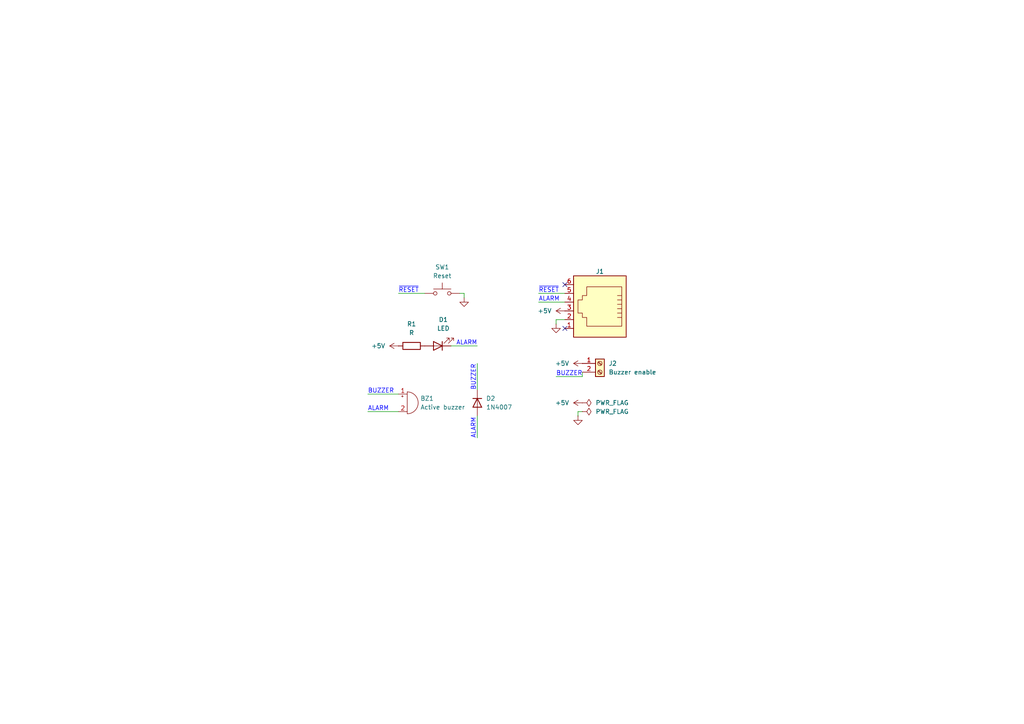
<source format=kicad_sch>
(kicad_sch (version 20231120) (generator "eeschema") (generator_version "8.0")
  (paper "A4")
  (title_block (title "Domoticata DIN panel") (date "2024-07-26") (rev "0.0.1") (company "Davide Scalisi"))
  (lib_symbols
    (symbol "Connector:6P6C" (pin_names (offset 1.016))
      (property "Reference" "J" (at -5.08 11.43 0))
      (property "Value" "6P6C" (at 2.54 11.43 0))
      (symbol "6P6C_0_1"
        (polyline (pts (xy -6.35 -1.905) (xy -5.08 -1.905) (xy -5.08 -1.905)))
        (polyline (pts (xy -6.35 -0.635) (xy -5.08 -0.635) (xy -5.08 -0.635)))
        (polyline (pts (xy -6.35 0.635) (xy -5.08 0.635) (xy -5.08 0.635)))
        (polyline (pts (xy -6.35 1.905) (xy -5.08 1.905) (xy -5.08 1.905)))
        (polyline (pts (xy -6.35 3.175) (xy -5.08 3.175) (xy -5.08 3.175)))
        (polyline (pts (xy -5.08 4.445) (xy -6.35 4.445) (xy -6.35 4.445)))
        (polyline (pts (xy -6.35 -4.445) (xy -6.35 6.985) (xy 3.81 6.985) (xy 3.81 4.445) (xy 5.08 4.445) (xy 5.08 3.175) (xy 6.35 3.175) (xy 6.35 -0.635) (xy 5.08 -0.635) (xy 5.08 -1.905) (xy 3.81 -1.905) (xy 3.81 -4.445) (xy -6.35 -4.445) (xy -6.35 -4.445)))
        (rectangle (start 7.62 10.16) (end -7.62 -7.62) (stroke (width 0.254)) (fill (type background)))
      )
      (symbol "6P6C_1_1"
        (pin passive line (at 10.16 -5.08 180) (length 2.54) (name "~") (number "1"))
        (pin passive line (at 10.16 -2.54 180) (length 2.54) (name "~") (number "2"))
        (pin passive line (at 10.16 0 180) (length 2.54) (name "~") (number "3"))
        (pin passive line (at 10.16 2.54 180) (length 2.54) (name "~") (number "4"))
        (pin passive line (at 10.16 5.08 180) (length 2.54) (name "~") (number "5"))
        (pin passive line (at 10.16 7.62 180) (length 2.54) (name "~") (number "6"))
      )
    )
    (symbol "Connector:Screw_Terminal_01x02" (pin_names (offset 1.016) hide)
      (property "Reference" "J" (at 0 2.54 0))
      (property "Value" "Screw_Terminal_01x02" (at 0 -5.08 0))
      (symbol "Screw_Terminal_01x02_1_1"
        (rectangle (start -1.27 1.27) (end 1.27 -3.81) (stroke (width 0.254)) (fill (type background)))
        (circle (center 0 -2.54) (radius 0.635) (stroke (width 0.1524)))
        (polyline (pts (xy -0.5334 -2.2098) (xy 0.3302 -3.048)) (stroke (width 0.1524)))
        (polyline (pts (xy -0.5334 0.3302) (xy 0.3302 -0.508)) (stroke (width 0.1524)))
        (polyline (pts (xy -0.3556 -2.032) (xy 0.508 -2.8702)) (stroke (width 0.1524)))
        (polyline (pts (xy -0.3556 0.508) (xy 0.508 -0.3302)) (stroke (width 0.1524)))
        (circle (center 0 0) (radius 0.635) (stroke (width 0.1524)))
        (pin passive line (at -5.08 0 0) (length 3.81) (name "Pin_1") (number "1"))
        (pin passive line (at -5.08 -2.54 0) (length 3.81) (name "Pin_2") (number "2"))
      )
    )
    (symbol "Device:Buzzer" (pin_names (offset 0.0254) hide)
      (property "Reference" "BZ" (at 3.81 1.27 0))
      (property "Value" "Buzzer" (at 3.81 -1.27 0))
      (symbol "Buzzer_0_1"
        (arc (start 0 -3.175) (mid 3.1612 0) (end 0 3.175))
        (polyline (pts (xy -1.651 1.905) (xy -1.143 1.905)))
        (polyline (pts (xy -1.397 2.159) (xy -1.397 1.651)))
        (polyline (pts (xy 0 3.175) (xy 0 -3.175)))
      )
      (symbol "Buzzer_1_1"
        (pin passive line (at -2.54 2.54 0) (length 2.54) (name "+") (number "1"))
        (pin passive line (at -2.54 -2.54 0) (length 2.54) (name "-") (number "2"))
      )
    )
    (symbol "Device:LED" (pin_numbers hide) (pin_names (offset 1.016) hide)
      (property "Reference" "D" (at 0 2.54 0))
      (property "Value" "LED" (at 0 -2.54 0))
      (symbol "LED_0_1"
        (polyline (pts (xy -1.27 -1.27) (xy -1.27 1.27)) (stroke (width 0.254)))
        (polyline (pts (xy -1.27 0) (xy 1.27 0)))
        (polyline (pts (xy 1.27 -1.27) (xy 1.27 1.27) (xy -1.27 0) (xy 1.27 -1.27)) (stroke (width 0.254)))
        (polyline (pts (xy -3.048 -0.762) (xy -4.572 -2.286) (xy -3.81 -2.286) (xy -4.572 -2.286) (xy -4.572 -1.524)))
        (polyline (pts (xy -1.778 -0.762) (xy -3.302 -2.286) (xy -2.54 -2.286) (xy -3.302 -2.286) (xy -3.302 -1.524)))
      )
      (symbol "LED_1_1"
        (pin passive line (at -3.81 0 0) (length 2.54) (name "K") (number "1"))
        (pin passive line (at 3.81 0 180) (length 2.54) (name "A") (number "2"))
      )
    )
    (symbol "Device:R" (pin_numbers hide) (pin_names (offset 0))
      (property "Reference" "R" (at 2.032 0 90))
      (property "Value" "R" (at 0 0 90))
      (symbol "R_0_1"
        (rectangle (start -1.016 -2.54) (end 1.016 2.54) (stroke (width 0.254)))
      )
      (symbol "R_1_1"
        (pin passive line (at 0 3.81 270) (length 1.27) (name "~") (number "1"))
        (pin passive line (at 0 -3.81 90) (length 1.27) (name "~") (number "2"))
      )
    )
    (symbol "Diode:1N4007" (pin_numbers hide) (pin_names hide)
      (property "Reference" "D" (at 0 2.54 0))
      (property "Value" "1N4007" (at 0 -2.54 0))
      (symbol "1N4007_0_1"
        (polyline (pts (xy -1.27 1.27) (xy -1.27 -1.27)) (stroke (width 0.254)))
        (polyline (pts (xy 1.27 0) (xy -1.27 0)))
        (polyline (pts (xy 1.27 1.27) (xy 1.27 -1.27) (xy -1.27 0) (xy 1.27 1.27)) (stroke (width 0.254)))
      )
      (symbol "1N4007_1_1"
        (pin passive line (at -3.81 0 0) (length 2.54) (name "K") (number "1"))
        (pin passive line (at 3.81 0 180) (length 2.54) (name "A") (number "2"))
      )
    )
    (symbol "Switch:SW_Push" (pin_numbers hide) (pin_names (offset 1.016) hide)
      (property "Reference" "SW" (at 1.27 2.54 0))
      (property "Value" "SW_Push" (at 0 -1.524 0))
      (symbol "SW_Push_0_1"
        (circle (center -2.032 0) (radius 0.508))
        (polyline (pts (xy 0 1.27) (xy 0 3.048)))
        (polyline (pts (xy 2.54 1.27) (xy -2.54 1.27)))
        (circle (center 2.032 0) (radius 0.508))
        (pin passive line (at -5.08 0 0) (length 2.54) (name "1") (number "1"))
        (pin passive line (at 5.08 0 180) (length 2.54) (name "2") (number "2"))
      )
    )
    (symbol "power:+5V" (power) (pin_numbers hide) (pin_names (offset 0) hide)
      (property "Value" "+5V" (at 0 3.556 0))
      (symbol "+5V_0_1"
        (polyline (pts (xy -0.762 1.27) (xy 0 2.54)))
        (polyline (pts (xy 0 0) (xy 0 2.54)))
        (polyline (pts (xy 0 2.54) (xy 0.762 1.27)))
      )
      (symbol "+5V_1_1"
        (pin power_in line (at 0 0 90) (length 0) (name "~") (number "1"))
      )
    )
    (symbol "power:GND" (power) (pin_numbers hide) (pin_names (offset 0) hide)
      (property "Value" "GND" (at 0 -3.81 0))
      (symbol "GND_0_1"
        (polyline (pts (xy 0 0) (xy 0 -1.27) (xy 1.27 -1.27) (xy 0 -2.54) (xy -1.27 -1.27) (xy 0 -1.27)))
      )
      (symbol "GND_1_1"
        (pin power_in line (at 0 0 270) (length 0) (name "~") (number "1"))
      )
    )
    (symbol "power:PWR_FLAG" (power) (pin_numbers hide) (pin_names (offset 0) hide)
      (property "Value" "PWR_FLAG" (at 0 3.81 0))
      (symbol "PWR_FLAG_0_0"
        (pin power_out line (at 0 0 90) (length 0) (name "~") (number "1"))
      )
      (symbol "PWR_FLAG_0_1"
        (polyline (pts (xy 0 0) (xy 0 1.27) (xy -1.016 1.905) (xy 0 2.54) (xy 1.016 1.905) (xy 0 1.27)))
      )
    )
  )
  (no_connect (at 163.83 82.55))
  (no_connect (at 163.83 95.25))
  (wire (pts (xy 115.57 85.09) (xy 123.19 85.09)))
  (wire (pts (xy 161.29 93.98) (xy 161.29 92.71)))
  (wire (pts (xy 156.21 85.09) (xy 163.83 85.09)))
  (wire (pts (xy 138.43 100.33) (xy 130.81 100.33)))
  (wire (pts (xy 156.21 87.63) (xy 163.83 87.63)))
  (wire (pts (xy 161.29 92.71) (xy 163.83 92.71)))
  (wire (pts (xy 106.68 114.3) (xy 115.57 114.3)))
  (wire (pts (xy 134.62 86.36) (xy 134.62 85.09)))
  (wire (pts (xy 161.29 109.22) (xy 168.91 109.22)))
  (wire (pts (xy 167.64 119.38) (xy 168.91 119.38)))
  (wire (pts (xy 138.43 127) (xy 138.43 120.65)))
  (wire (pts (xy 168.91 109.22) (xy 168.91 107.95)))
  (wire (pts (xy 138.43 105.41) (xy 138.43 113.03)))
  (wire (pts (xy 134.62 85.09) (xy 133.35 85.09)))
  (wire (pts (xy 167.64 120.65) (xy 167.64 119.38)))
  (wire (pts (xy 106.68 119.38) (xy 115.57 119.38)))
  (label "BUZZER" (at 106.68 114.3 0))
  (label "ALARM" (at 106.68 119.38 0))
  (label "~{RESET}" (at 156.21 85.09 0))
  (label "ALARM" (at 138.43 100.33 180))
  (label "~{RESET}" (at 115.57 85.09 0))
  (label "ALARM" (at 156.21 87.63 0))
  (label "BUZZER" (at 161.29 109.22 0))
  (label "BUZZER" (at 138.43 105.41 270))
  (label "ALARM" (at 138.43 127 90))
  (symbol (lib_id "Switch:SW_Push") (at 128.27 85.09 0) (unit 1)
    (property "Reference" "SW1" (at 128.27 77.47 0))
    (property "Value" "Reset" (at 128.27 80.01 0))
    (property "Footprint" "Button_Switch_THT:SW_PUSH_6mm_H5mm" (effects (hide yes)))
    (property "Description" "Push button switch, generic, two pins" (effects (hide yes)))
  )
  (symbol (lib_id "Device:LED") (at 127 100.33 180) (unit 1)
    (property "Reference" "D1" (at 128.5875 92.71 0))
    (property "Value" "LED" (at 128.5875 95.25 0))
    (property "Footprint" "LED_THT:LED_D5.0mm" (effects (hide yes)))
    (property "Description" "Light emitting diode" (effects (hide yes)))
  )
  (symbol (lib_id "power:+5V") (at 163.83 90.17 90) (unit 1)
    (property "Reference" "#PWR04" (effects (hide yes)))
    (property "Value" "+5V" (at 160.02 90.1699 90) (effects (justify left)))
    (property "Description" "Power symbol creates a global label with name \"+5V\"" (effects (hide yes)))
  )
  (symbol (lib_id "Device:Buzzer") (at 118.11 116.84 0) (unit 1)
    (property "Reference" "BZ1" (at 121.92 115.5699 0) (effects (justify left)))
    (property "Value" "Active buzzer" (at 121.92 118.1099 0) (effects (justify left)))
    (property "Footprint" "Buzzer_Beeper:Buzzer_12x9.5RM7.6" (effects (hide yes)))
    (property "Description" "Buzzer, polarized" (effects (hide yes)))
  )
  (symbol (lib_id "power:PWR_FLAG") (at 168.91 116.84 270) (unit 1)
    (property "Reference" "#FLG01" (effects (hide yes)))
    (property "Value" "PWR_FLAG" (at 172.72 116.8399 90) (effects (justify left)))
    (property "Description" "Special symbol for telling ERC where power comes from" (effects (hide yes)))
  )
  (symbol (lib_id "power:PWR_FLAG") (at 168.91 119.38 270) (unit 1)
    (property "Reference" "#FLG02" (effects (hide yes)))
    (property "Value" "PWR_FLAG" (at 172.72 119.3799 90) (effects (justify left)))
    (property "Description" "Special symbol for telling ERC where power comes from" (effects (hide yes)))
  )
  (symbol (lib_id "power:GND") (at 167.64 120.65 0) (unit 1)
    (property "Reference" "#PWR05" (effects (hide yes)))
    (property "Value" "GND" (effects (hide yes)))
    (property "Description" "Power symbol creates a global label with name \"GND\" , ground" (effects (hide yes)))
  )
  (symbol (lib_id "power:+5V") (at 168.91 105.41 90) (unit 1)
    (property "Reference" "#PWR06" (effects (hide yes)))
    (property "Value" "+5V" (at 165.1 105.4099 90) (effects (justify left)))
    (property "Description" "Power symbol creates a global label with name \"+5V\"" (effects (hide yes)))
  )
  (symbol (lib_id "power:GND") (at 134.62 86.36 0) (unit 1)
    (property "Reference" "#PWR02" (effects (hide yes)))
    (property "Value" "GND" (effects (hide yes)))
    (property "Description" "Power symbol creates a global label with name \"GND\" , ground" (effects (hide yes)))
  )
  (symbol (lib_id "Connector:6P6C") (at 173.99 90.17 0) (mirror y) (unit 1)
    (property "Reference" "J1" (at 173.99 78.74 0))
    (property "Value" "6P6C" (effects (hide yes)))
    (property "Footprint" "Connector_RJ:RJ25_Wayconn_MJEA-660X1_Horizontal" (effects (hide yes)))
    (property "Description" "RJ connector, 6P6C (6 positions 6 connected), RJ12/RJ18/RJ25" (effects (hide yes)))
  )
  (symbol (lib_id "Device:R") (at 119.38 100.33 270) (unit 1)
    (property "Reference" "R1" (at 119.38 93.98 90))
    (property "Value" "R" (at 119.38 96.52 90))
    (property "Footprint" "Resistor_THT:R_Axial_DIN0207_L6.3mm_D2.5mm_P7.62mm_Horizontal" (effects (hide yes)))
    (property "Description" "Resistor" (effects (hide yes)))
  )
  (symbol (lib_id "Connector:Screw_Terminal_01x02") (at 173.99 105.41 0) (unit 1)
    (property "Reference" "J2" (at 176.53 105.4099 0) (effects (justify left)))
    (property "Value" "Buzzer enable" (at 176.53 107.9499 0) (effects (justify left)))
    (property "Footprint" "TerminalBlock_4Ucon:TerminalBlock_4Ucon_1x02_P3.50mm_Horizontal" (effects (hide yes)))
    (property "Description" "Generic screw terminal, single row, 01x02, script generated (kicad-library-utils/schlib/autogen/connector/)" (effects (hide yes)))
  )
  (symbol (lib_id "power:+5V") (at 115.57 100.33 90) (unit 1)
    (property "Reference" "#PWR01" (effects (hide yes)))
    (property "Value" "+5V" (at 111.76 100.3299 90) (effects (justify left)))
    (property "Description" "Power symbol creates a global label with name \"+5V\"" (effects (hide yes)))
  )
  (symbol (lib_id "power:GND") (at 161.29 93.98 0) (unit 1)
    (property "Reference" "#PWR03" (effects (hide yes)))
    (property "Value" "GND" (effects (hide yes)))
    (property "Description" "Power symbol creates a global label with name \"GND\" , ground" (effects (hide yes)))
  )
  (symbol (lib_id "power:+5V") (at 168.91 116.84 90) (unit 1)
    (property "Reference" "#PWR07" (effects (hide yes)))
    (property "Value" "+5V" (at 165.1 116.8399 90) (effects (justify left)))
    (property "Description" "Power symbol creates a global label with name \"+5V\"" (effects (hide yes)))
  )
  (symbol (lib_id "Diode:1N4007") (at 138.43 116.84 270) (unit 1)
    (property "Reference" "D2" (at 140.97 115.5699 90) (effects (justify left)))
    (property "Value" "1N4007" (at 140.97 118.1099 90) (effects (justify left)))
    (property "Footprint" "Diode_THT:D_DO-41_SOD81_P7.62mm_Horizontal" (effects (hide yes)))
    (property "Datasheet" "http://www.vishay.com/docs/88503/1n4001.pdf" (effects (hide yes)))
    (property "Description" "1000V 1A General Purpose Rectifier Diode, DO-41" (effects (hide yes)))
    (property "Sim.Device" "D" (effects (hide yes)))
    (property "Sim.Pins" "1=K 2=A" (effects (hide yes)))
  )
)
</source>
